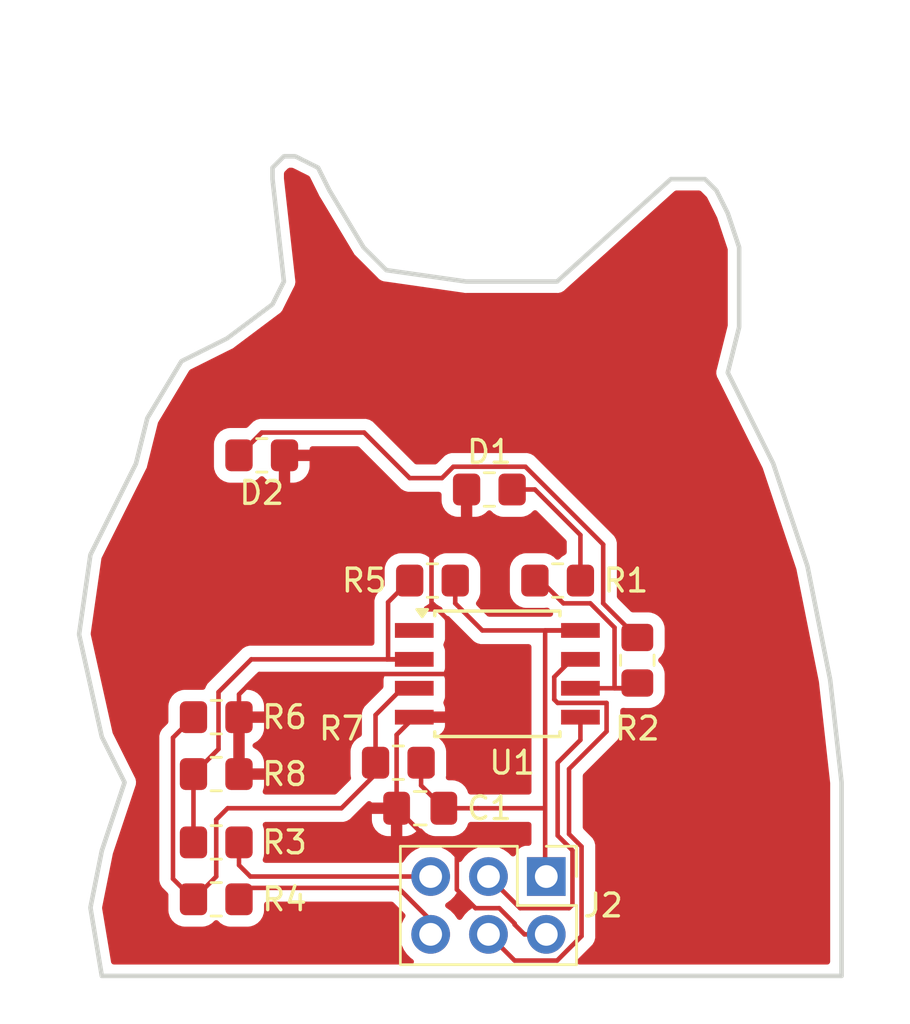
<source format=kicad_pcb>
(kicad_pcb (version 20240108) (generator "pcbnew") (generator_version "8.0")
  (layers (0 "F.Cu" signal) (31 "B.Cu" signal) (34 "B.Paste" user) (35 "F.Paste" user) (36 "B.SilkS" user "B.Silkscreen") (37 "F.SilkS" user "F.Silkscreen") (38 "B.Mask" user) (39 "F.Mask" user) (44 "Edge.Cuts" user))
  (net 0 "")
  (net 1 "Net-(D1-A)")
  (net 2 "GND")
  (net 3 "Net-(D2-A)")
  (net 4 "Net-(J2-P2)")
  (net 5 "Net-(J2-SCL)")
  (net 6 "Net-(J2-P1)")
  (net 7 "Net-(J2-SDA)")
  (net 8 "VCC")
  (net 9 "Net-(U1-PB1)")
  (net 10 "Net-(U1-XTAL1{slash}PB3)")
  (net 11 "Net-(U1-XTAL2{slash}PB4)")
  (footprint "Resistor_SMD:R_0805_2012Metric_Pad1.20x1.40mm_HandSolder" (layer "F.Cu") (at 123 59.5)
    (property "Reference" "R3" (at 3 0 0) (layer "F.SilkS"))
    (property "Value" "R" (hide yes))
    (fp_line (start -0.227064 -0.735) (end 0.227064 -0.735) (stroke (width 0.12)) (layer "F.SilkS"))
    (fp_line (start -0.227064 0.735) (end 0.227064 0.735) (stroke (width 0.12)) (layer "F.SilkS"))
    (pad "1" smd roundrect (at -1 0) (size 1.2 1.4) (layers "F.Cu" "F.Paste" "F.Mask") (roundrect_rratio 0.208333) (net 10 "Net-(U1-XTAL1{slash}PB3)"))
    (pad "2" smd roundrect (at 1 0) (size 1.2 1.4) (layers "F.Cu" "F.Paste" "F.Mask") (roundrect_rratio 0.208333) (net 6 "Net-(J2-P1)"))
  )
  (footprint "Resistor_SMD:R_0805_2012Metric_Pad1.20x1.40mm_HandSolder" (layer "F.Cu") (at 123 62)
    (property "Reference" "R4" (at 3 0 0) (layer "F.SilkS"))
    (property "Value" "R" (hide yes))
    (fp_line (start -0.227064 -0.735) (end 0.227064 -0.735) (stroke (width 0.12)) (layer "F.SilkS"))
    (fp_line (start -0.227064 0.735) (end 0.227064 0.735) (stroke (width 0.12)) (layer "F.SilkS"))
    (pad "1" smd roundrect (at -1 0) (size 1.2 1.4) (layers "F.Cu" "F.Paste" "F.Mask") (roundrect_rratio 0.208333) (net 11 "Net-(U1-XTAL2{slash}PB4)"))
    (pad "2" smd roundrect (at 1 0) (size 1.2 1.4) (layers "F.Cu" "F.Paste" "F.Mask") (roundrect_rratio 0.208333) (net 4 "Net-(J2-P2)"))
  )
  (footprint "Resistor_SMD:R_0805_2012Metric_Pad1.20x1.40mm_HandSolder" (layer "F.Cu") (at 132.5 48 180)
    (property "Reference" "R5" (at 3 0 0) (layer "F.SilkS"))
    (property "Value" "R" (hide yes))
    (fp_line (start -0.227064 0.735) (end 0.227064 0.735) (stroke (width 0.12)) (layer "F.SilkS"))
    (fp_line (start -0.227064 -0.735) (end 0.227064 -0.735) (stroke (width 0.12)) (layer "F.SilkS"))
    (pad "1" smd roundrect (at -1 0 180) (size 1.2 1.4) (layers "F.Cu" "F.Paste" "F.Mask") (roundrect_rratio 0.208333) (net 8 "VCC"))
    (pad "2" smd roundrect (at 1 0 180) (size 1.2 1.4) (layers "F.Cu" "F.Paste" "F.Mask") (roundrect_rratio 0.208333) (net 10 "Net-(U1-XTAL1{slash}PB3)"))
  )
  (footprint "Connector_PinHeader_2.54mm:PinHeader_2x03_P2.54mm_Vertical" (layer "F.Cu") (at 137.5 61 -90)
    (property "Reference" "J2" (at 1.27 -2.5 180) (layer "F.SilkS"))
    (property "Value" "Conn_02x03_Odd_Even_SAO" (hide yes))
    (fp_line (start -1.33 6.41) (end 3.87 6.41) (stroke (width 0.12)) (layer "F.SilkS"))
    (fp_line (start -1.33 1.27) (end -1.33 6.41) (stroke (width 0.12)) (layer "F.SilkS"))
    (fp_line (start -1.33 1.27) (end 1.27 1.27) (stroke (width 0.12)) (layer "F.SilkS"))
    (fp_line (start 1.27 1.27) (end 1.27 -1.33) (stroke (width 0.12)) (layer "F.SilkS"))
    (fp_line (start -1.33 0) (end -1.33 -1.33) (stroke (width 0.12)) (layer "F.SilkS"))
    (fp_line (start -1.33 -1.33) (end 0 -1.33) (stroke (width 0.12)) (layer "F.SilkS"))
    (fp_line (start 1.27 -1.33) (end 3.87 -1.33) (stroke (width 0.12)) (layer "F.SilkS"))
    (fp_line (start 3.87 -1.33) (end 3.87 6.41) (stroke (width 0.12)) (layer "F.SilkS"))
    (pad "1" thru_hole rect (at 0 0 270) (size 1.7 1.7) (drill 1) (layers "*.Cu" "*.Mask") (net 8 "VCC"))
    (pad "2" thru_hole oval (at 2.54 0 270) (size 1.7 1.7) (drill 1) (layers "*.Cu" "*.Mask") (net 2 "GND"))
    (pad "3" thru_hole oval (at 0 2.54 270) (size 1.7 1.7) (drill 1) (layers "*.Cu" "*.Mask") (net 7 "Net-(J2-SDA)"))
    (pad "4" thru_hole oval (at 2.54 2.54 270) (size 1.7 1.7) (drill 1) (layers "*.Cu" "*.Mask") (net 5 "Net-(J2-SCL)"))
    (pad "5" thru_hole oval (at 0 5.08 270) (size 1.7 1.7) (drill 1) (layers "*.Cu" "*.Mask") (net 6 "Net-(J2-P1)"))
    (pad "6" thru_hole oval (at 2.54 5.08 270) (size 1.7 1.7) (drill 1) (layers "*.Cu" "*.Mask") (net 4 "Net-(J2-P2)"))
  )
  (footprint "Resistor_SMD:R_0805_2012Metric_Pad1.20x1.40mm_HandSolder" (layer "F.Cu") (at 135 44)
    (property "Reference" "D1" (at 0 -1.65 0) (layer "F.SilkS"))
    (property "Value" "LED")
    (fp_line (start -0.227064 -0.735) (end 0.227064 -0.735) (stroke (width 0.12)) (layer "F.SilkS"))
    (fp_line (start -0.227064 0.735) (end 0.227064 0.735) (stroke (width 0.12)) (layer "F.SilkS"))
    (pad "1" smd roundrect (at -1 0) (size 1.2 1.4) (layers "F.Cu" "F.Paste" "F.Mask") (roundrect_rratio 0.208333) (net 2 "GND"))
    (pad "2" smd roundrect (at 1 0) (size 1.2 1.4) (layers "F.Cu" "F.Paste" "F.Mask") (roundrect_rratio 0.208333) (net 1 "Net-(D1-A)"))
  )
  (footprint "Resistor_SMD:R_0805_2012Metric_Pad1.20x1.40mm_HandSolder" (layer "F.Cu") (at 123 56.5)
    (property "Reference" "R8" (at 3 0 0) (layer "F.SilkS"))
    (property "Value" "R" (hide yes))
    (fp_line (start -0.227064 -0.735) (end 0.227064 -0.735) (stroke (width 0.12)) (layer "F.SilkS"))
    (fp_line (start -0.227064 0.735) (end 0.227064 0.735) (stroke (width 0.12)) (layer "F.SilkS"))
    (pad "1" smd roundrect (at -1 0) (size 1.2 1.4) (layers "F.Cu" "F.Paste" "F.Mask") (roundrect_rratio 0.208333) (net 10 "Net-(U1-XTAL1{slash}PB3)"))
    (pad "2" smd roundrect (at 1 0) (size 1.2 1.4) (layers "F.Cu" "F.Paste" "F.Mask") (roundrect_rratio 0.208333) (net 2 "GND"))
  )
  (footprint "Resistor_SMD:R_0805_2012Metric_Pad1.20x1.40mm_HandSolder" (layer "F.Cu") (at 123 54)
    (property "Reference" "R6" (at 3 0 0) (layer "F.SilkS"))
    (property "Value" "R" (hide yes))
    (fp_line (start -0.227064 -0.735) (end 0.227064 -0.735) (stroke (width 0.12)) (layer "F.SilkS"))
    (fp_line (start -0.227064 0.735) (end 0.227064 0.735) (stroke (width 0.12)) (layer "F.SilkS"))
    (pad "1" smd roundrect (at -1 0) (size 1.2 1.4) (layers "F.Cu" "F.Paste" "F.Mask") (roundrect_rratio 0.208333) (net 11 "Net-(U1-XTAL2{slash}PB4)"))
    (pad "2" smd roundrect (at 1 0) (size 1.2 1.4) (layers "F.Cu" "F.Paste" "F.Mask") (roundrect_rratio 0.208333) (net 2 "GND"))
  )
  (footprint "Package_SO:SOIC-8W_5.3x5.3mm_P1.27mm" (layer "F.Cu") (at 135.35 52.095)
    (property "Reference" "U1" (at 0.65 3.905 0) (layer "F.SilkS"))
    (property "Value" "ATtiny85-20S" (hide yes))
    (fp_line (start -2.75 -2.755) (end -2.75 -2.55) (stroke (width 0.15)) (layer "F.SilkS"))
    (fp_line (start -2.75 -2.755) (end 2.75 -2.755) (stroke (width 0.15)) (layer "F.SilkS"))
    (fp_line (start -2.75 2.755) (end -2.75 2.55) (stroke (width 0.15)) (layer "F.SilkS"))
    (fp_line (start -2.75 2.755) (end 2.75 2.755) (stroke (width 0.15)) (layer "F.SilkS"))
    (fp_line (start 2.75 -2.755) (end 2.75 -2.55) (stroke (width 0.15)) (layer "F.SilkS"))
    (fp_line (start 2.75 2.755) (end 2.75 2.55) (stroke (width 0.15)) (layer "F.SilkS"))
    (fp_poly (pts (xy -3.3 -2.5) (xy -3.54 -2.83) (xy -3.06 -2.83) (xy -3.3 -2.5)) (stroke (width 0.12)) (fill solid) (layer "F.SilkS"))
    (pad "1" smd rect (at -3.65 -1.905) (size 1.7 0.65) (layers "F.Cu" "F.Paste" "F.Mask"))
    (pad "2" smd rect (at -3.65 -0.635) (size 1.7 0.65) (layers "F.Cu" "F.Paste" "F.Mask") (net 10 "Net-(U1-XTAL1{slash}PB3)"))
    (pad "3" smd rect (at -3.65 0.635) (size 1.7 0.65) (layers "F.Cu" "F.Paste" "F.Mask") (net 11 "Net-(U1-XTAL2{slash}PB4)"))
    (pad "4" smd rect (at -3.65 1.905) (size 1.7 0.65) (layers "F.Cu" "F.Paste" "F.Mask") (net 2 "GND"))
    (pad "5" smd rect (at 3.65 1.905) (size 1.7 0.65) (layers "F.Cu" "F.Paste" "F.Mask") (net 7 "Net-(J2-SDA)"))
    (pad "6" smd rect (at 3.65 0.635) (size 1.7 0.65) (layers "F.Cu" "F.Paste" "F.Mask") (net 9 "Net-(U1-PB1)"))
    (pad "7" smd rect (at 3.65 -0.635) (size 1.7 0.65) (layers "F.Cu" "F.Paste" "F.Mask") (net 5 "Net-(J2-SCL)"))
    (pad "8" smd rect (at 3.65 -1.905) (size 1.7 0.65) (layers "F.Cu" "F.Paste" "F.Mask") (net 8 "VCC"))
  )
  (footprint "Resistor_SMD:R_0805_2012Metric_Pad1.20x1.40mm_HandSolder" (layer "F.Cu") (at 141.5 51.5 90)
    (property "Reference" "R2" (at -3 0 180) (layer "F.SilkS"))
    (property "Value" "R" (hide yes))
    (fp_line (start -0.227064 -0.735) (end 0.227064 -0.735) (stroke (width 0.12)) (layer "F.SilkS"))
    (fp_line (start -0.227064 0.735) (end 0.227064 0.735) (stroke (width 0.12)) (layer "F.SilkS"))
    (pad "1" smd roundrect (at -1 0 90) (size 1.2 1.4) (layers "F.Cu" "F.Paste" "F.Mask") (roundrect_rratio 0.208333) (net 9 "Net-(U1-PB1)"))
    (pad "2" smd roundrect (at 1 0 90) (size 1.2 1.4) (layers "F.Cu" "F.Paste" "F.Mask") (roundrect_rratio 0.208333) (net 3 "Net-(D2-A)"))
  )
  (footprint "Resistor_SMD:R_0805_2012Metric_Pad1.20x1.40mm_HandSolder" (layer "F.Cu") (at 131 56 180)
    (property "Reference" "R7" (at 2.5 1.5 0) (layer "F.SilkS"))
    (property "Value" "R" (hide yes))
    (fp_line (start -0.227064 0.735) (end 0.227064 0.735) (stroke (width 0.12)) (layer "F.SilkS"))
    (fp_line (start -0.227064 -0.735) (end 0.227064 -0.735) (stroke (width 0.12)) (layer "F.SilkS"))
    (pad "1" smd roundrect (at -1 0 180) (size 1.2 1.4) (layers "F.Cu" "F.Paste" "F.Mask") (roundrect_rratio 0.208333) (net 8 "VCC"))
    (pad "2" smd roundrect (at 1 0 180) (size 1.2 1.4) (layers "F.Cu" "F.Paste" "F.Mask") (roundrect_rratio 0.208333) (net 11 "Net-(U1-XTAL2{slash}PB4)"))
  )
  (footprint "Resistor_SMD:R_0805_2012Metric_Pad1.20x1.40mm_HandSolder" (layer "F.Cu") (at 138 48)
    (property "Reference" "R1" (at 3 0 0) (layer "F.SilkS"))
    (property "Value" "R" (hide yes))
    (fp_line (start -0.227064 -0.735) (end 0.227064 -0.735) (stroke (width 0.12)) (layer "F.SilkS"))
    (fp_line (start -0.227064 0.735) (end 0.227064 0.735) (stroke (width 0.12)) (layer "F.SilkS"))
    (pad "1" smd roundrect (at -1 0) (size 1.2 1.4) (layers "F.Cu" "F.Paste" "F.Mask") (roundrect_rratio 0.208333) (net 9 "Net-(U1-PB1)"))
    (pad "2" smd roundrect (at 1 0) (size 1.2 1.4) (layers "F.Cu" "F.Paste" "F.Mask") (roundrect_rratio 0.208333) (net 1 "Net-(D1-A)"))
  )
  (footprint "Resistor_SMD:R_0805_2012Metric_Pad1.20x1.40mm_HandSolder" (layer "F.Cu") (at 125 42.5 180)
    (property "Reference" "D2" (at 0 -1.65 180) (layer "F.SilkS"))
    (property "Value" "LED")
    (fp_line (start -0.227064 0.735) (end 0.227064 0.735) (stroke (width 0.12)) (layer "F.SilkS"))
    (fp_line (start -0.227064 -0.735) (end 0.227064 -0.735) (stroke (width 0.12)) (layer "F.SilkS"))
    (pad "1" smd roundrect (at -1 0 180) (size 1.2 1.4) (layers "F.Cu" "F.Paste" "F.Mask") (roundrect_rratio 0.208333) (net 2 "GND"))
    (pad "2" smd roundrect (at 1 0 180) (size 1.2 1.4) (layers "F.Cu" "F.Paste" "F.Mask") (roundrect_rratio 0.208333) (net 3 "Net-(D2-A)"))
  )
  (footprint "Capacitor_SMD:C_0805_2012Metric_Pad1.18x1.45mm_HandSolder" (layer "F.Cu") (at 131.9625 58 180)
    (property "Reference" "C1" (at -3.0375 0 0) (layer "F.SilkS"))
    (property "Value" "C")
    (fp_line (start -0.261252 0.735) (end 0.261252 0.735) (stroke (width 0.12)) (layer "F.SilkS"))
    (fp_line (start -0.261252 -0.735) (end 0.261252 -0.735) (stroke (width 0.12)) (layer "F.SilkS"))
    (pad "1" smd roundrect (at -1.0375 0 180) (size 1.175 1.45) (layers "F.Cu" "F.Paste" "F.Mask") (roundrect_rratio 0.212766) (net 8 "VCC"))
    (pad "2" smd roundrect (at 1.0375 0 180) (size 1.175 1.45) (layers "F.Cu" "F.Paste" "F.Mask") (roundrect_rratio 0.212766) (net 2 "GND"))
  )
  (gr_poly (pts (xy 150.473077 65.365385) (xy 150.473077 56.865385) (xy 149.973077 52.365385) (xy 148.973077 47.365385) (xy 147.473077 42.865385) (xy 145.473077 38.865385) (xy 145.973077 36.865385) (xy 145.973077 33.365385) (xy 145.473077 31.865385) (xy 144.973077 30.865385) (xy 144.473077 30.365385) (xy 142.973077 30.365385) (xy 137.973077 34.865385) (xy 133.973077 34.865385) (xy 130.473077 34.365385) (xy 129.473077 33.365385) (xy 127.973077 30.865385) (xy 127.473077 29.865385) (xy 126.473077 29.365385) (xy 125.973077 29.365385) (xy 125.473077 29.865385) (xy 125.473077 30.365385) (xy 125.973077 34.865385) (xy 125.473077 35.865385) (xy 123.473077 37.365385) (xy 121.473077 38.365385) (xy 119.973077 40.865385) (xy 119.473077 42.865385) (xy 117.473077 46.865385) (xy 116.973077 50.365385) (xy 117.973077 54.865385) (xy 118.973077 56.865385) (xy 117.973077 59.865385) (xy 117.473077 62.365385) (xy 117.973077 65.365385)) (stroke (width 0.2)) (fill none) (layer "Edge.Cuts"))
  (segment (start 139 46) (end 137 44) (width 0.2) (layer "F.Cu") (net 1))
  (segment (start 139 48) (end 139 46) (width 0.2) (layer "F.Cu") (net 1))
  (segment (start 137 44) (end 136 44) (width 0.2) (layer "F.Cu") (net 1))
  (segment (start 136.54 63.54) (end 136.11 63.11) (width 0.2) (layer "F.Cu") (net 2))
  (segment (start 133.5 50.042372) (end 132.457628 49) (width 0.2) (layer "F.Cu") (net 2))
  (segment (start 133.5 53.5) (end 133.5 52) (width 0.2) (layer "F.Cu") (net 2))
  (segment (start 129.467157 42.5) (end 126 42.5) (width 0.2) (layer "F.Cu") (net 2))
  (segment (start 124 53) (end 124.895 52.105) (width 0.2) (layer "F.Cu") (net 2))
  (segment (start 132.425 59.5) (end 130.925 58) (width 0.2) (layer "F.Cu") (net 2))
  (segment (start 133.5 52) (end 133.5 50.042372) (width 0.2) (layer "F.Cu") (net 2))
  (segment (start 130.925 54.775) (end 131.7 54) (width 0.2) (layer "F.Cu") (net 2))
  (segment (start 135.436346 62.39) (end 134.39 62.39) (width 0.2) (layer "F.Cu") (net 2))
  (segment (start 133.395 52.105) (end 133.5 52) (width 0.2) (layer "F.Cu") (net 2))
  (segment (start 132.457628 45.490471) (end 129.467157 42.5) (width 0.2) (layer "F.Cu") (net 2))
  (segment (start 124.895 52.105) (end 133.395 52.105) (width 0.2) (layer "F.Cu") (net 2))
  (segment (start 136.11 63.11) (end 136.11 63.063654) (width 0.2) (layer "F.Cu") (net 2))
  (segment (start 132.457628 49) (end 132.457628 45.490471) (width 0.2) (layer "F.Cu") (net 2))
  (segment (start 137.5 63.54) (end 136.54 63.54) (width 0.2) (layer "F.Cu") (net 2))
  (segment (start 133.57 60.07) (end 133 59.5) (width 0.2) (layer "F.Cu") (net 2))
  (segment (start 133 59.5) (end 132.425 59.5) (width 0.2) (layer "F.Cu") (net 2))
  (segment (start 124 56.5) (end 124 54) (width 0.2) (layer "F.Cu") (net 2))
  (segment (start 133 54) (end 133.5 53.5) (width 0.2) (layer "F.Cu") (net 2))
  (segment (start 133.57 61.57) (end 133.57 60.07) (width 0.2) (layer "F.Cu") (net 2))
  (segment (start 130.925 58) (end 130.925 54.775) (width 0.2) (layer "F.Cu") (net 2))
  (segment (start 136.11 63.063654) (end 135.436346 62.39) (width 0.2) (layer "F.Cu") (net 2))
  (segment (start 131.7 54) (end 133 54) (width 0.2) (layer "F.Cu") (net 2))
  (segment (start 134.39 62.39) (end 133.57 61.57) (width 0.2) (layer "F.Cu") (net 2))
  (segment (start 124 54) (end 124 53) (width 0.2) (layer "F.Cu") (net 2))
  (segment (start 129.5 41.5) (end 125 41.5) (width 0.2) (layer "F.Cu") (net 3))
  (segment (start 133.415256 43) (end 132.915256 43.5) (width 0.2) (layer "F.Cu") (net 3))
  (segment (start 140 49) (end 140 46.415256) (width 0.2) (layer "F.Cu") (net 3))
  (segment (start 141.5 50.5) (end 140 49) (width 0.2) (layer "F.Cu") (net 3))
  (segment (start 132.915256 43.5) (end 131.5 43.5) (width 0.2) (layer "F.Cu") (net 3))
  (segment (start 131.5 43.5) (end 129.5 41.5) (width 0.2) (layer "F.Cu") (net 3))
  (segment (start 140 46.415256) (end 136.584744 43) (width 0.2) (layer "F.Cu") (net 3))
  (segment (start 136.584744 43) (end 133.415256 43) (width 0.2) (layer "F.Cu") (net 3))
  (segment (start 125 41.5) (end 124 42.5) (width 0.2) (layer "F.Cu") (net 3))
  (segment (start 124.5 61.5) (end 131 61.5) (width 0.2) (layer "F.Cu") (net 4))
  (segment (start 124 62) (end 124.5 61.5) (width 0.2) (layer "F.Cu") (net 4))
  (segment (start 132.42 62.92) (end 132.42 63.54) (width 0.2) (layer "F.Cu") (net 4))
  (segment (start 131 61.5) (end 132.42 62.92) (width 0.2) (layer "F.Cu") (net 4))
  (segment (start 140.15 54.625) (end 140.15 53.375) (width 0.2) (layer "F.Cu") (net 5))
  (segment (start 140.15 53.375) (end 138 53.375) (width 0.2) (layer "F.Cu") (net 5))
  (segment (start 139.05 59.684314) (end 138.5 59.134314) (width 0.2) (layer "F.Cu") (net 5))
  (segment (start 139.05 63.616346) (end 139.05 59.684314) (width 0.2) (layer "F.Cu") (net 5))
  (segment (start 138 53.375) (end 137.85 53.225) (width 0.2) (layer "F.Cu") (net 5))
  (segment (start 138.625 51.46) (end 139 51.46) (width 0.2) (layer "F.Cu") (net 5))
  (segment (start 137.85 52.235) (end 138.625 51.46) (width 0.2) (layer "F.Cu") (net 5))
  (segment (start 138.5 56.275) (end 140.15 54.625) (width 0.2) (layer "F.Cu") (net 5))
  (segment (start 138.5 59.134314) (end 138.5 56.275) (width 0.2) (layer "F.Cu") (net 5))
  (segment (start 137.976346 64.69) (end 139.05 63.616346) (width 0.2) (layer "F.Cu") (net 5))
  (segment (start 137.85 53.225) (end 137.85 52.235) (width 0.2) (layer "F.Cu") (net 5))
  (segment (start 136.11 64.69) (end 137.976346 64.69) (width 0.2) (layer "F.Cu") (net 5))
  (segment (start 134.96 63.54) (end 136.11 64.69) (width 0.2) (layer "F.Cu") (net 5))
  (segment (start 124 59.5) (end 124 60.5) (width 0.2) (layer "F.Cu") (net 6))
  (segment (start 124 60.5) (end 124.5 61) (width 0.2) (layer "F.Cu") (net 6))
  (segment (start 124.5 61) (end 132.42 61) (width 0.2) (layer "F.Cu") (net 6))
  (segment (start 138.65 59.85) (end 138 59.2) (width 0.2) (layer "F.Cu") (net 7))
  (segment (start 138.65 62.24) (end 138.65 59.85) (width 0.2) (layer "F.Cu") (net 7))
  (segment (start 139 55) (end 139 54) (width 0.2) (layer "F.Cu") (net 7))
  (segment (start 138 59.2) (end 138 56) (width 0.2) (layer "F.Cu") (net 7))
  (segment (start 138 56) (end 139 55) (width 0.2) (layer "F.Cu") (net 7))
  (segment (start 134.96 61) (end 136.35 62.39) (width 0.2) (layer "F.Cu") (net 7))
  (segment (start 136.35 62.39) (end 138.5 62.39) (width 0.2) (layer "F.Cu") (net 7))
  (segment (start 138.5 62.39) (end 138.65 62.24) (width 0.2) (layer "F.Cu") (net 7))
  (segment (start 139 50.19) (end 137.45 50.19) (width 0.2) (layer "F.Cu") (net 8))
  (segment (start 137.45 58) (end 135.5 58) (width 0.2) (layer "F.Cu") (net 8))
  (segment (start 137.45 50.19) (end 137.45 58) (width 0.2) (layer "F.Cu") (net 8))
  (segment (start 134.5 58) (end 133 58) (width 0.2) (layer "F.Cu") (net 8))
  (segment (start 135.5 58) (end 134.5 58) (width 0.2) (layer "F.Cu") (net 8))
  (segment (start 132 57) (end 132 56) (width 0.2) (layer "F.Cu") (net 8))
  (segment (start 137.5 61) (end 137.45 60.95) (width 0.2) (layer "F.Cu") (net 8))
  (segment (start 137.45 60.95) (end 137.45 58) (width 0.2) (layer "F.Cu") (net 8))
  (segment (start 133.5 48) (end 133.5 49) (width 0.2) (layer "F.Cu") (net 8))
  (segment (start 132 56) (end 132.5 56.5) (width 0.2) (layer "F.Cu") (net 8))
  (segment (start 133 58) (end 132 57) (width 0.2) (layer "F.Cu") (net 8))
  (segment (start 134.69 50.19) (end 139 50.19) (width 0.2) (layer "F.Cu") (net 8))
  (segment (start 133.5 49) (end 134.69 50.19) (width 0.2) (layer "F.Cu") (net 8))
  (segment (start 138.25 49) (end 139.435 49) (width 0.2) (layer "F.Cu") (net 9))
  (segment (start 139 52.73) (end 141.27 52.73) (width 0.2) (layer "F.Cu") (net 9))
  (segment (start 140.5 50.065) (end 140.5 52.73) (width 0.2) (layer "F.Cu") (net 9))
  (segment (start 141.27 52.73) (end 141.5 52.5) (width 0.2) (layer "F.Cu") (net 9))
  (segment (start 137 48) (end 137.25 48) (width 0.2) (layer "F.Cu") (net 9))
  (segment (start 140.5 52.73) (end 141.27 52.73) (width 0.2) (layer "F.Cu") (net 9))
  (segment (start 139.435 49) (end 140.5 50.065) (width 0.2) (layer "F.Cu") (net 9))
  (segment (start 137.25 48) (end 138.25 49) (width 0.2) (layer "F.Cu") (net 9))
  (segment (start 124.54 51.46) (end 131.7 51.46) (width 0.2) (layer "F.Cu") (net 10))
  (segment (start 130.55 51.41) (end 130.55 48.95) (width 0.2) (layer "F.Cu") (net 10))
  (segment (start 130.55 48.95) (end 131.5 48) (width 0.2) (layer "F.Cu") (net 10))
  (segment (start 123.1 52.9) (end 124.54 51.46) (width 0.2) (layer "F.Cu") (net 10))
  (segment (start 123.1 55.4) (end 123.1 52.9) (width 0.2) (layer "F.Cu") (net 10))
  (segment (start 122 59.5) (end 122 56.5) (width 0.2) (layer "F.Cu") (net 10))
  (segment (start 131.7 51.46) (end 130.5 51.46) (width 0.2) (layer "F.Cu") (net 10))
  (segment (start 130.5 51.46) (end 130.55 51.41) (width 0.2) (layer "F.Cu") (net 10))
  (segment (start 122 56.5) (end 123.1 55.4) (width 0.2) (layer "F.Cu") (net 10))
  (segment (start 121.1 61.1) (end 121.1 54.9) (width 0.2) (layer "F.Cu") (net 11))
  (segment (start 130 56) (end 130 56.5) (width 0.2) (layer "F.Cu") (net 11))
  (segment (start 123.5 58) (end 123 58.5) (width 0.2) (layer "F.Cu") (net 11))
  (segment (start 130 56.5) (end 128.5 58) (width 0.2) (layer "F.Cu") (net 11))
  (segment (start 131.175 52.73) (end 131.7 52.73) (width 0.2) (layer "F.Cu") (net 11))
  (segment (start 123 58.5) (end 123 61) (width 0.2) (layer "F.Cu") (net 11))
  (segment (start 121.1 54.9) (end 122 54) (width 0.2) (layer "F.Cu") (net 11))
  (segment (start 122 62) (end 121.1 61.1) (width 0.2) (layer "F.Cu") (net 11))
  (segment (start 130 53.905) (end 131.175 52.73) (width 0.2) (layer "F.Cu") (net 11))
  (segment (start 123 61) (end 122 62) (width 0.2) (layer "F.Cu") (net 11))
  (segment (start 128.5 58) (end 123.5 58) (width 0.2) (layer "F.Cu") (net 11))
  (segment (start 130 56) (end 130 53.905) (width 0.2) (layer "F.Cu") (net 11))
  (zone (net 2) (net_name "GND") (layer "F.Cu") (connect_pads (clearance 0.5)) (min_thickness 0.25) (fill yes (thermal_gap 0.5) (thermal_bridge_width 0.5))
    (polygon (pts (xy 153.5 67.5) (xy 113.5 67.5) (xy 115.5 22.5) (xy 152 24.5)))
  )
)
</source>
